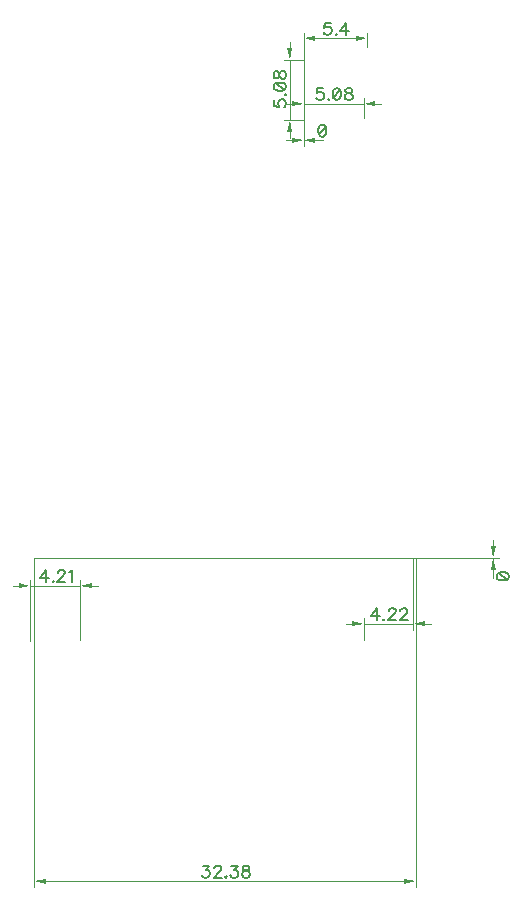
<source format=gbr>
G04 DipTrace 3.0.0.1*
G04 TopDimension.gbr*
%MOIN*%
G04 #@! TF.FileFunction,Drawing,Top*
G04 #@! TF.Part,Single*
%ADD13C,0.001378*%
%ADD105C,0.006176*%
%FSLAX26Y26*%
G04*
G70*
G90*
G75*
G01*
G04 TopDimension*
%LPD*%
X568898Y1121260D2*
D13*
Y23622D1*
X1843701Y1121260D2*
Y23622D1*
X1206299Y43307D2*
X608268D1*
G36*
X568898D2*
X608268Y51181D1*
Y35433D1*
X568898Y43307D1*
G37*
X1206299D2*
D13*
X1804331D1*
G36*
X1843701D2*
X1804331Y35433D1*
Y51181D1*
X1843701Y43307D1*
G37*
X568898Y1121260D2*
D13*
X2120079D1*
X1843701D2*
X2120079D1*
X2100394D2*
D3*
Y1180315D2*
Y1160630D1*
G36*
Y1121260D2*
X2092520Y1160630D1*
X2108268D1*
X2100394Y1121260D1*
G37*
Y1062205D2*
D13*
Y1081890D1*
G36*
Y1121260D2*
X2108268Y1081890D1*
X2092520D1*
X2100394Y1121260D1*
G37*
Y1055095D2*
D13*
Y1121260D1*
X723228Y846850D2*
Y1048425D1*
X557480Y845669D2*
Y1048425D1*
Y1028740D2*
X723228D1*
X498425D2*
X518110D1*
G36*
X557480D2*
X518110Y1020866D1*
Y1036614D1*
X557480Y1028740D1*
G37*
X782283D2*
D13*
X762598D1*
G36*
X723228D2*
X762598Y1036614D1*
Y1020866D1*
X723228Y1028740D1*
G37*
X1668110Y846850D2*
D13*
Y921260D1*
X1834252Y1116929D2*
Y881890D1*
X1668110Y901575D2*
X1834252D1*
X1609055D2*
X1628740D1*
G36*
X1668110D2*
X1628740Y893701D1*
Y909449D1*
X1668110Y901575D1*
G37*
X1893307D2*
D13*
X1873622D1*
G36*
X1834252D2*
X1873622Y909449D1*
Y893701D1*
X1834252Y901575D1*
G37*
X1468110Y2781102D2*
D13*
Y2872441D1*
X1680709Y2824803D2*
Y2872441D1*
X1574409Y2852756D2*
X1507480D1*
G36*
X1468110D2*
X1507480Y2860630D1*
Y2844882D1*
X1468110Y2852756D1*
G37*
X1574409D2*
D13*
X1641339D1*
G36*
X1680709D2*
X1641339Y2844882D1*
Y2860630D1*
X1680709Y2852756D1*
G37*
X1468110Y2581102D2*
D13*
Y2654724D1*
X1668110Y2585827D2*
Y2654724D1*
X1468110Y2635039D2*
X1668110D1*
X1409055D2*
X1428740D1*
G36*
X1468110D2*
X1428740Y2627165D1*
Y2642913D1*
X1468110Y2635039D1*
G37*
X1727165D2*
D13*
X1707480D1*
G36*
X1668110D2*
X1707480Y2642913D1*
Y2627165D1*
X1668110Y2635039D1*
G37*
X1468110Y2781102D2*
D13*
X1401969D1*
X1468110Y2581102D2*
X1401969D1*
X1421654Y2781102D2*
Y2581102D1*
Y2840157D2*
Y2820472D1*
G36*
Y2781102D2*
X1413780Y2820472D1*
X1429528D1*
X1421654Y2781102D1*
G37*
Y2522047D2*
D13*
Y2541732D1*
G36*
Y2581102D2*
X1429528Y2541732D1*
X1413780D1*
X1421654Y2581102D1*
G37*
X1468110Y2781102D2*
D13*
Y2493701D1*
Y2581102D2*
Y2493701D1*
Y2513386D2*
D3*
X1409055D2*
X1428740D1*
G36*
X1468110D2*
X1428740Y2505512D1*
Y2521260D1*
X1468110Y2513386D1*
G37*
X1527165D2*
D13*
X1507480D1*
G36*
X1468110D2*
X1507480Y2521260D1*
Y2505512D1*
X1468110Y2513386D1*
G37*
X1534275D2*
D13*
X1468110D1*
X1133040Y95666D2*
D105*
X1154043D1*
X1142591Y80367D1*
X1148339D1*
X1152142Y78466D1*
X1154043Y76564D1*
X1155988Y70816D1*
Y67014D1*
X1154043Y61266D1*
X1150240Y57419D1*
X1144492Y55518D1*
X1138744D1*
X1133040Y57419D1*
X1131139Y59365D1*
X1129194Y63167D1*
X1170285Y86115D2*
Y88016D1*
X1172186Y91863D1*
X1174088Y93764D1*
X1177935Y95666D1*
X1185584D1*
X1189386Y93764D1*
X1191288Y91863D1*
X1193233Y88016D1*
Y84214D1*
X1191288Y80367D1*
X1187485Y74663D1*
X1168340Y55518D1*
X1195134D1*
X1209387Y59365D2*
X1207486Y57419D1*
X1209387Y55518D1*
X1211333Y57419D1*
X1209387Y59365D1*
X1227531Y95666D2*
X1248533D1*
X1237081Y80367D1*
X1242829D1*
X1246632Y78466D1*
X1248533Y76564D1*
X1250479Y70816D1*
Y67014D1*
X1248533Y61266D1*
X1244731Y57419D1*
X1238983Y55518D1*
X1233235D1*
X1227531Y57419D1*
X1225629Y59365D1*
X1223684Y63167D1*
X1272381Y95666D2*
X1266677Y93764D1*
X1264731Y89962D1*
Y86115D1*
X1266677Y82313D1*
X1270479Y80367D1*
X1278129Y78466D1*
X1283877Y76564D1*
X1287679Y72718D1*
X1289580Y68915D1*
Y63167D1*
X1287679Y59365D1*
X1285778Y57419D1*
X1280030Y55518D1*
X1272381D1*
X1266677Y57419D1*
X1264731Y59365D1*
X1262830Y63167D1*
Y68915D1*
X1264731Y72718D1*
X1268578Y76564D1*
X1274282Y78466D1*
X1281931Y80367D1*
X1285778Y82313D1*
X1287679Y86115D1*
Y89962D1*
X1285778Y93764D1*
X1280030Y95666D1*
X1272381D1*
X2152752Y1061130D2*
X2150851Y1066878D1*
X2145103Y1070725D1*
X2135552Y1072626D1*
X2129804D1*
X2120254Y1070725D1*
X2114506Y1066878D1*
X2112604Y1061130D1*
Y1057328D1*
X2114506Y1051580D1*
X2120254Y1047777D1*
X2129804Y1045832D1*
X2135552D1*
X2145103Y1047777D1*
X2150851Y1051580D1*
X2152752Y1057328D1*
Y1061130D1*
X2145103Y1047777D2*
X2120254Y1070725D1*
X609594Y1040951D2*
Y1081099D1*
X590449Y1054348D1*
X619145D1*
X633398Y1044798D2*
X631496Y1042852D1*
X633398Y1040951D1*
X635343Y1042852D1*
X633398Y1044798D1*
X649640Y1071548D2*
Y1073449D1*
X651541Y1077296D1*
X653443Y1079197D1*
X657289Y1081099D1*
X664939D1*
X668741Y1079197D1*
X670642Y1077296D1*
X672588Y1073449D1*
Y1069647D1*
X670642Y1065800D1*
X666840Y1060096D1*
X647694Y1040951D1*
X674489D1*
X686841Y1073449D2*
X690687Y1075395D1*
X696435Y1081099D1*
Y1040951D1*
X1711821Y913786D2*
Y953933D1*
X1692676Y927183D1*
X1721372D1*
X1735624Y917632D2*
X1733723Y915687D1*
X1735624Y913786D1*
X1737570Y915687D1*
X1735624Y917632D1*
X1751867Y944383D2*
Y946284D1*
X1753768Y950131D1*
X1755669Y952032D1*
X1759516Y953933D1*
X1767165D1*
X1770968Y952032D1*
X1772869Y950131D1*
X1774815Y946284D1*
Y942482D1*
X1772869Y938635D1*
X1769067Y932931D1*
X1749921Y913786D1*
X1776716D1*
X1791013Y944383D2*
Y946284D1*
X1792914Y950131D1*
X1794815Y952032D1*
X1798662Y953933D1*
X1806311D1*
X1810114Y952032D1*
X1812015Y950131D1*
X1813961Y946284D1*
Y942482D1*
X1812015Y938635D1*
X1808213Y932931D1*
X1789067Y913786D1*
X1815862D1*
X1558425Y2905114D2*
X1539324D1*
X1537423Y2887915D1*
X1539324Y2889816D1*
X1545072Y2891761D1*
X1550776D1*
X1556524Y2889816D1*
X1560371Y2886013D1*
X1562272Y2880265D1*
Y2876463D1*
X1560371Y2870715D1*
X1556524Y2866868D1*
X1550776Y2864967D1*
X1545072D1*
X1539324Y2866868D1*
X1537423Y2868813D1*
X1535477Y2872616D1*
X1576525Y2868813D2*
X1574623Y2866868D1*
X1576525Y2864967D1*
X1578470Y2866868D1*
X1576525Y2868813D1*
X1609967Y2864967D2*
Y2905114D1*
X1590821Y2878364D1*
X1619517D1*
X1533526Y2687398D2*
X1514424D1*
X1512523Y2670198D1*
X1514424Y2672099D1*
X1520173Y2674045D1*
X1525876D1*
X1531624Y2672099D1*
X1535471Y2668297D1*
X1537372Y2662549D1*
Y2658746D1*
X1535471Y2652998D1*
X1531624Y2649151D1*
X1525876Y2647250D1*
X1520173D1*
X1514424Y2649151D1*
X1512523Y2651097D1*
X1510578Y2654899D1*
X1551625Y2651097D2*
X1549724Y2649151D1*
X1551625Y2647250D1*
X1553571Y2649151D1*
X1551625Y2651097D1*
X1577418Y2687398D2*
X1571670Y2685497D1*
X1567823Y2679749D1*
X1565922Y2670198D1*
Y2664450D1*
X1567823Y2654899D1*
X1571670Y2649151D1*
X1577418Y2647250D1*
X1581221D1*
X1586969Y2649151D1*
X1590771Y2654899D1*
X1592717Y2664450D1*
Y2670198D1*
X1590771Y2679749D1*
X1586969Y2685497D1*
X1581221Y2687398D1*
X1577418D1*
X1590771Y2679749D2*
X1567823Y2654899D1*
X1614619Y2687398D2*
X1608915Y2685497D1*
X1606969Y2681694D1*
Y2677847D1*
X1608915Y2674045D1*
X1612717Y2672099D1*
X1620367Y2670198D1*
X1626115Y2668297D1*
X1629917Y2664450D1*
X1631818Y2660647D1*
Y2654899D1*
X1629917Y2651097D1*
X1628016Y2649151D1*
X1622268Y2647250D1*
X1614619D1*
X1608915Y2649151D1*
X1606969Y2651097D1*
X1605068Y2654899D1*
Y2660647D1*
X1606969Y2664450D1*
X1610816Y2668297D1*
X1616520Y2670198D1*
X1624169Y2672099D1*
X1628016Y2674045D1*
X1629917Y2677847D1*
Y2681694D1*
X1628016Y2685497D1*
X1622268Y2687398D1*
X1614619D1*
X1369295Y2646518D2*
Y2627417D1*
X1386495Y2625515D1*
X1384594Y2627417D1*
X1382648Y2633165D1*
Y2638868D1*
X1384594Y2644616D1*
X1388396Y2648463D1*
X1394144Y2650365D1*
X1397947D1*
X1403695Y2648463D1*
X1407542Y2644616D1*
X1409443Y2638868D1*
Y2633165D1*
X1407542Y2627417D1*
X1405596Y2625515D1*
X1401793Y2623570D1*
X1405596Y2664617D2*
X1407542Y2662716D1*
X1409443Y2664617D1*
X1407542Y2666563D1*
X1405596Y2664617D1*
X1369295Y2690410D2*
X1371196Y2684662D1*
X1376944Y2680815D1*
X1386495Y2678914D1*
X1392243D1*
X1401793Y2680815D1*
X1407542Y2684662D1*
X1409443Y2690410D1*
Y2694213D1*
X1407542Y2699961D1*
X1401793Y2703763D1*
X1392243Y2705709D1*
X1386495D1*
X1376944Y2703763D1*
X1371196Y2699961D1*
X1369295Y2694213D1*
Y2690410D1*
X1376944Y2703763D2*
X1401793Y2680815D1*
X1369295Y2727611D2*
X1371196Y2721907D1*
X1374999Y2719961D1*
X1378846D1*
X1382648Y2721907D1*
X1384594Y2725709D1*
X1386495Y2733359D1*
X1388396Y2739107D1*
X1392243Y2742909D1*
X1396045Y2744811D1*
X1401793D1*
X1405596Y2742909D1*
X1407542Y2741008D1*
X1409443Y2735260D1*
Y2727611D1*
X1407542Y2721907D1*
X1405596Y2719961D1*
X1401793Y2718060D1*
X1396045D1*
X1392243Y2719961D1*
X1388396Y2723808D1*
X1386495Y2729512D1*
X1384594Y2737161D1*
X1382648Y2741008D1*
X1378846Y2742909D1*
X1374999D1*
X1371196Y2741008D1*
X1369295Y2735260D1*
Y2727611D1*
X1528240Y2565744D2*
X1522492Y2563843D1*
X1518645Y2558095D1*
X1516744Y2548544D1*
Y2542796D1*
X1518645Y2533246D1*
X1522492Y2527498D1*
X1528240Y2525597D1*
X1532042D1*
X1537791Y2527498D1*
X1541593Y2533246D1*
X1543539Y2542796D1*
Y2548544D1*
X1541593Y2558095D1*
X1537791Y2563843D1*
X1532042Y2565744D1*
X1528240D1*
X1541593Y2558095D2*
X1518645Y2533246D1*
M02*

</source>
